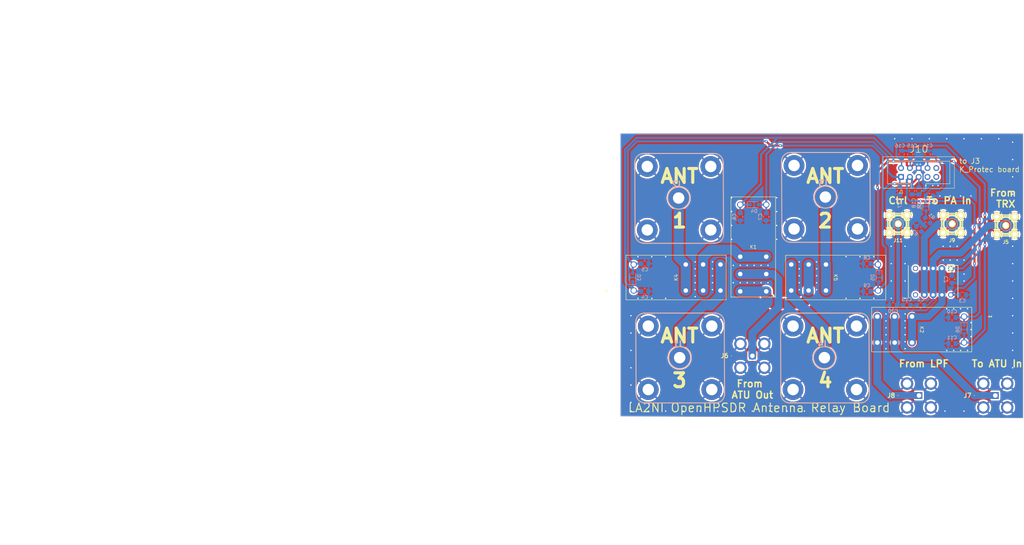
<source format=kicad_pcb>
(kicad_pcb (version 20221018) (generator pcbnew)
  (layers (0 "F.Cu" signal) (31 "B.Cu" signal) (34 "B.Paste" user) (35 "F.Paste" user) (36 "B.SilkS" user "B.Silkscreen") (37 "F.SilkS" user "F.Silkscreen") (38 "B.Mask" user) (39 "F.Mask" user) (44 "Edge.Cuts" user))
  (net 0 "")
  (net 1 "Net-(J5-In)")
  (net 2 "Net-(C1-Pad2)")
  (net 3 "+12V")
  (net 4 "GND")
  (net 5 "K3")
  (net 6 "K5-4")
  (net 7 "K1")
  (net 8 "K2")
  (net 9 "PWR_DC")
  (net 10 "Net-(J11-In)")
  (net 11 "Net-(D1-A)")
  (net 12 "Net-(J1-In)")
  (net 13 "Net-(J3-In)")
  (net 14 "Net-(J6-In)")
  (net 15 "Net-(J7-In)")
  (net 16 "Net-(J8-In)")
  (net 17 "Net-(J9-In)")
  (net 21 "Net-(K1-Pad2)")
  (net 22 "Net-(K1-Pad4)")
  (net 23 "Net-(K2-Pad2)")
  (net 26 "Net-(J2-In)")
  (net 27 "Net-(J4-In)")
  (footprint "BNC_Amphenol_031-5329-51RFX:BNC_Amphenol_031532951RFX" (layer "F.Cu") (at 190 106.56)
    (fp_text reference "J6")
    (fp_text value "FROM ATU OUT" hide)
  )
  (footprint "RELAY_G2R-1-E AC12:RELAY_G2R-1-E AC12" (layer "F.Cu") (at 201.800003 87.75 -90)
    (fp_text reference "K5")
    (fp_text value "TRA2 L-12VDC-S-Z")
  )
  (footprint "TQ2-12V:DIPS762W80P254L1400H530Q10N" (layer "F.Cu") (at 247.16 81.38 -90)
    (fp_text reference "K3")
    (fp_text value "TQ2-12V" hide)
  )
  (footprint "SMA_PINS:SMA_PINS" (layer "F.Cu") (at 247.54 68.54)
    (fp_text reference "J9")
    (fp_text value "To PA input" hide)
  )
  (footprint "RELAY_G2R-1-E AC12:RELAY_G2R-1-E AC12" (layer "F.Cu") (at 194 87.399993)
    (fp_text reference "K1")
    (fp_text value "TRA2 L-12VDC-S-Z")
  )
  (footprint "BNC_Amphenol_031-5329-51RFX:BNC_Amphenol_031532951RFX" (layer "F.Cu") (at 260 118)
    (fp_text reference "J7")
    (fp_text value "TO ATU IN" hide)
  )
  (footprint "BNC_Amphenol_031-5329-51RFX:BNC_Amphenol_031532951RFX" (layer "F.Cu") (at 238 118)
    (fp_text reference "J8")
    (fp_text value "FROM LPF" hide)
  )
  (footprint "Connector_IDC:IDC-Header_2x05_P2.54mm_Vertical" (layer "F.Cu") (at 232.84 55 90)
    (fp_text reference "J10")
    (fp_text value "Con_IDC")
  )
  (footprint "SMA_PINS:SMA_PINS" (layer "F.Cu") (at 232 68.54)
    (fp_text reference "J11")
    (fp_text value "To CTL" hide)
  )
  (footprint "SMA_PINS:SMA_PINS" (layer "F.Cu") (at 263 69)
    (fp_text reference "J5")
    (fp_text value "TRX From SDR" hide)
  )
  (footprint "RELAY_G2R-1-E AC12:RELAY_G2R-1-E AC12" (layer "F.Cu") (at 180.199997 80.25 90)
    (fp_text reference "K4")
    (fp_text value "TRA2 L-12VDC-S-Z")
  )
  (footprint "RELAY_G2R-1-E AC12:RELAY_G2R-1-E AC12" (layer "F.Cu") (at 226.600007 102.75 -90)
    (fp_text reference "K2")
    (fp_text value "TRA2 L-12VDC-S-Z")
  )
  (footprint "Capacitor_SMD:C_0805_2012Metric_Pad1.18x1.45mm_HandSolder" (layer "B.Cu") (at 230.5375 92)
    (fp_text reference "C20")
    (fp_text value "100p")
  )
  (footprint "Diode_SMD:D_SOD-323_HandSoldering" (layer "B.Cu") (at 155.5 84 90)
    (fp_text reference "D3")
    (fp_text value "D_Small")
  )
  (footprint "Diode_SMD:D_SOD-323_HandSoldering" (layer "B.Cu") (at 251 99 -90)
    (fp_text reference "D6")
    (fp_text value "D_Small")
  )
  (footprint "Diode_SMD:D_SOD-323_HandSoldering" (layer "B.Cu") (at 190.5 63)
    (fp_text reference "D4")
    (fp_text value "D_Small")
  )
  (footprint "Capacitor_SMD:C_0805_2012Metric_Pad1.18x1.45mm_HandSolder" (layer "B.Cu") (at 247.5 103 180)
    (fp_text reference "C11")
    (fp_text value "10n")
  )
  (footprint "Conn_N:Coaxial_N_Flange" (layer "B.Cu") (at 168.748 60.896 180)
    (fp_text reference "J2")
    (fp_text value "ANT1")
  )
  (footprint "Conn_N:Coaxial_N_Flange" (layer "B.Cu") (at 211.036 60.608 180)
    (fp_text reference "J3")
    (fp_text value "ANT2")
  )
  (footprint "Conn_N:Coaxial_N_Flange" (layer "B.Cu") (at 210.748 106.896 180)
    (fp_text reference "J4")
    (fp_text value "ANT4")
  )
  (footprint "Capacitor_SMD:C_0805_2012Metric_Pad1.18x1.45mm_HandSolder" (layer "B.Cu") (at 238 59 -90)
    (fp_text reference "C19")
    (fp_text value "100n")
  )
  (footprint "Diode_SMD:D_SOD-323_HandSoldering" (layer "B.Cu") (at 240 63.5 -90)
    (fp_text reference "D1")
    (fp_text value "BAS16J")
  )
  (footprint "Resistor_SMD:R_0805_2012Metric_Pad1.20x1.40mm_HandSolder" (layer "B.Cu") (at 240.5 67.5 135)
    (fp_text reference "R1")
    (fp_text value "33k")
  )
  (footprint "Capacitor_SMD:C_0805_2012Metric_Pad1.18x1.45mm_HandSolder" (layer "B.Cu") (at 223 80 180)
    (fp_text reference "C8")
    (fp_text value "100n")
  )
  (footprint "Capacitor_SMD:C_0805_2012Metric_Pad1.18x1.45mm_HandSolder" (layer "B.Cu") (at 223 88 180)
    (fp_text reference "C9")
    (fp_text value "10n")
  )
  (footprint "Capacitor_SMD:C_0805_2012Metric_Pad1.18x1.45mm_HandSolder" (layer "B.Cu") (at 240.5 48.5 90)
    (fp_text reference "C14")
    (fp_text value "100n")
  )
  (footprint "Resistor_SMD:R_0805_2012Metric_Pad1.20x1.40mm_HandSolder" (layer "B.Cu") (at 238 70 -45)
    (fp_text reference "R2")
    (fp_text value "5K6")
  )
  (footprint "Capacitor_SMD:C_0805_2012Metric_Pad1.18x1.45mm_HandSolder" (layer "B.Cu") (at 238.5 92 180)
    (fp_text reference "C1")
    (fp_text value "22p")
  )
  (footprint "Capacitor_SMD:C_0805_2012Metric_Pad1.18x1.45mm_HandSolder" (layer "B.Cu") (at 247.5375 95.5 180)
    (fp_text reference "C10")
    (fp_text value "100n")
  )
  (footprint "Capacitor_SMD:C_0805_2012Metric_Pad1.18x1.45mm_HandSolder" (layer "B.Cu") (at 250.5 89)
    (fp_text reference "C3")
    (fp_text value "100n")
  )
  (footprint "Capacitor_SMD:C_0805_2012Metric_Pad1.18x1.45mm_HandSolder" (layer "B.Cu") (at 159 88)
    (fp_text reference "C4")
    (fp_text value "100n")
  )
  (footprint "Capacitor_SMD:C_0805_2012Metric_Pad1.18x1.45mm_HandSolder" (layer "B.Cu") (at 233 48.5 90)
    (fp_text reference "C16")
    (fp_text value "100n")
  )
  (footprint "Capacitor_SMD:C_0805_2012Metric_Pad1.18x1.45mm_HandSolder" (layer "B.Cu") (at 236 59 -90)
    (fp_text reference "C18")
    (fp_text value "100n")
  )
  (footprint "Capacitor_SMD:C_0805_2012Metric_Pad1.18x1.45mm_HandSolder" (layer "B.Cu") (at 241 60.5)
    (fp_text reference "C12")
    (fp_text value "100n")
  )
  (footprint "Capacitor_SMD:C_0805_2012Metric_Pad1.18x1.45mm_HandSolder" (layer "B.Cu") (at 235.5 48.5 90)
    (fp_text reference "C15")
    (fp_text value "100n")
  )
  (footprint "Capacitor_SMD:C_0805_2012Metric_Pad1.18x1.45mm_HandSolder" (layer "B.Cu") (at 232.5 59 -90)
    (fp_text reference "C17")
    (fp_text value "100n")
  )
  (footprint "Diode_SMD:D_SOD-323_HandSoldering" (layer "B.Cu") (at 226.5 84 -90)
    (fp_text reference "D5")
    (fp_text value "D_Small")
  )
  (footprint "Capacitor_SMD:C_0805_2012Metric_Pad1.18x1.45mm_HandSolder" (layer "B.Cu") (at 247.5 84.5 -90)
    (fp_text reference "C2")
    (fp_text value "10n")
  )
  (footprint "Capacitor_SMD:C_0805_2012Metric_Pad1.18x1.45mm_HandSolder" (layer "B.Cu") (at 159 80)
    (fp_text reference "C5")
    (fp_text value "10n")
  )
  (footprint "Capacitor_SMD:C_0805_2012Metric_Pad1.18x1.45mm_HandSolder" (layer "B.Cu") (at 186.5 66.5 -90)
    (fp_text reference "C6")
    (fp_text value "100n")
  )
  (footprint "Conn_N:Coaxial_N_Flange" (layer "B.Cu") (at 169.036 106.896 180)
    (fp_text reference "J1")
    (fp_text value "ANT3")
  )
  (footprint "Capacitor_SMD:C_0805_2012Metric_Pad1.18x1.45mm_HandSolder" (layer "B.Cu") (at 194 66.5 -90)
    (fp_text reference "C7")
    (fp_text value "10n")
  )
  (footprint "Capacitor_SMD:C_0805_2012Metric_Pad1.18x1.45mm_HandSolder" (layer "B.Cu") (at 234.5 92 180)
    (fp_text reference "C13")
    (fp_text value "22p")
  )
  (gr_line (start 268 124.5) (end 152 124) (stroke (width 0.1)) (layer "Edge.Cuts"))
  (gr_line (start 268 42.5) (end 268 124.5) (stroke (width 0.1)) (layer "Edge.Cuts"))
  (gr_line (start 152 42.5) (end 152 124) (stroke (width 0.1)) (layer "Edge.Cuts"))
  (gr_line (start 152 42.5) (end 268 42.5) (stroke (width 0.1)) (layer "Edge.Cuts"))
  (gr_text "Ctrl" (at 229 63) (layer "F.SilkS") (effects (font (size 2 2) (thickness 0.4) bold) (justify left bottom)))
  (gr_text "ANT\n\n3\n" (at 169 116) (layer "F.SilkS") (effects (font (size 4 4) (thickness 0.9) bold) (justify bottom)))
  (gr_text "To PA In" (at 240 63) (layer "F.SilkS") (effects (font (size 2 2) (thickness 0.4) bold) (justify left bottom)))
  (gr_text "From LPF" (at 232 110) (layer "F.SilkS") (effects (font (size 2 2) (thickness 0.4) bold) (justify left bottom)))
  (gr_text "From \nATU Out" (at 190 119) (layer "F.SilkS") (effects (font (size 2 2) (thickness 0.4) bold) (justify bottom)))
  (gr_text "From \nTRX" (at 263 64) (layer "F.SilkS") (effects (font (size 2 2) (thickness 0.4) bold) (justify bottom)))
  (gr_text "ANT\n\n4\n" (at 211 116) (layer "F.SilkS") (effects (font (size 4 4) (thickness 0.9) bold) (justify bottom)))
  (gr_text "to J3 \nK_Protec board" (at 249.5 53.73) (layer "F.SilkS") (effects (font (size 1.5 1.5) (thickness 0.2)) (justify left bottom)))
  (gr_text "LA2NI OpenHPSDR Antenna Relay Board" (at 154 123) (layer "F.SilkS") (effects (font (size 2.5 2.5) (thickness 0.3)) (justify left bottom)))
  (gr_text "ANT\n\n2\n" (at 211 70) (layer "F.SilkS") (effects (font (size 4 4) (thickness 0.9) bold) (justify bottom)))
  (gr_text "To ATU In" (at 253 110) (layer "F.SilkS") (effects (font (size 2 2) (thickness 0.4) bold) (justify left bottom)))
  (gr_text "ANT\n\n1" (at 169 70) (layer "F.SilkS") (effects (font (size 4 4) (thickness 0.9) bold) (justify bottom)))
  (segment (start 242.08 78.92) (end 242.08 81.38) (width 2) (layer "B.Cu") (net 1))
  (segment (start 242.08 89) (end 242.08 81.38) (width 2) (layer "B.Cu") (net 1))
  (segment (start 244 77) (end 242.08 78.92) (width 2) (layer "B.Cu") (net 1))
  (segment (start 250 77) (end 244 77) (width 2) (layer "B.Cu") (net 1))
  (segment (start 258 69) (end 250 77) (width 2) (layer "B.Cu") (net 1))
  (segment (start 263 69) (end 258 69) (width 2) (layer "B.Cu") (net 1))
  (segment (start 239.5375 92) (end 240.5 92) (width 0.4) (layer "B.Cu") (net 1))
  (segment (start 240.5 92) (end 242.08 90.42) (width 0.4) (layer "B.Cu") (net 1))
  (segment (start 242.08 90.42) (end 242.08 89) (width 0.4) (layer "B.Cu") (net 1))
  (segment (start 237.4625 92) (end 235.5375 92) (width 0.4) (layer "B.Cu") (net 2))
  (segment (start 234.5 50.5) (end 237 50.5) (width 0.6) (layer "F.Cu") (net 3))
  (segment (start 234.5 51.58) (end 235.38 52.46) (width 0.6) (layer "F.Cu") (net 3))
  (segment (start 255.5 67.5) (end 255.5 75.5) (width 0.6) (layer "F.Cu") (net 3))
  (segment (start 235.5 52.34) (end 235.38 52.46) (width 1) (layer "F.Cu") (net 3))
  (segment (start 237 50.5) (end 248.000002 50.5) (width 0.6) (layer "F.Cu") (net 3))
  (segment (start 234.5 50.5) (end 234.5 51.58) (width 0.6) (layer "F.Cu") (net 3))
  (segment (start 226 53.5) (end 229 50.5) (width 0.6) (layer "F.Cu") (net 3))
  (segment (start 229 50.5) (end 234.5 50.5) (width 0.6) (layer "F.Cu") (net 3))
  (segment (start 226 58) (end 226 53.5) (width 0.6) (layer "F.Cu") (net 3))
  (segment (start 237 50.84) (end 235.38 52.46) (width 0.6) (layer "F.Cu") (net 3))
  (segment (start 237 50.5) (end 237 50.84) (width 0.6) (layer "F.Cu") (net 3))
  (via (at 255.5 67.5) (size 0.8) (drill 0.4) (layers "F.Cu" "B.Cu") (net 3))
  (via (at 248.000002 50.5) (size 0.8) (drill 0.4) (layers "F.Cu" "B.Cu") (net 3))
  (via (at 226 58) (size 0.8) (drill 0.4) (layers "F.Cu" "B.Cu") (net 3))
  (via (at 230.636043 50.5) (size 0.8) (drill 0.4) (layers "F.Cu" "B.Cu") (net 3))
  (via (at 255.5 75.5) (size 0.8) (drill 0.4) (layers "F.Cu" "B.Cu") (net 3))
  (segment (start 157.9625 88) (end 156.050004 88) (width 0.6) (layer "B.Cu") (net 3))
  (segment (start 226.199996 80.25) (end 224.2875 80.25) (width 0.6) (layer "B.Cu") (net 3))
  (segment (start 192.5 48.5) (end 192.5 57) (width 0.6) (layer "B.Cu") (net 3))
  (segment (start 186.5 65.4625) (end 186.5 63) (width 0.6) (layer "B.Cu") (net 3))
  (segment (start 155.5 87.449996) (end 155.800004 87.75) (width 0.6) (layer "B.Cu") (net 3))
  (segment (start 235.5 49.5375) (end 235.5 52.34) (width 0.4) (layer "B.Cu") (net 3))
  (segment (start 254.25 95.25) (end 251 95.25) (width 0.6) (layer "B.Cu") (net 3))
  (segment (start 226.5 82.75) (end 226.5 80.550004) (width 0.6) (layer "B.Cu") (net 3))
  (segment (start 156.619335 43.75) (end 153.300999 47.068336) (width 0.6) (layer "B.Cu") (net 3))
  (segment (start 192.5 57) (end 186.5 63) (width 0.6) (layer "B.Cu") (net 3))
  (segment (start 247.5 81.72) (end 247.16 81.38) (width 0.6) (layer "B.Cu") (net 3))
  (segment (start 225 43.75) (end 230.636043 49.386043) (width 0.6) (layer "B.Cu") (net 3))
  (segment (start 156.050004 88) (end 155.800004 87.75) (width 0.6) (layer "B.Cu") (net 3))
  (segment (start 247.16 81.38) (end 250.62 81.38) (width 0.6) (layer "B.Cu") (net 3))
  (segment (start 248.575 95.5) (end 250.75 95.5) (width 0.6) (layer "B.Cu") (net 3))
  (segment (start 255.5 58) (end 248.000002 50.5) (width 0.6) (layer "B.Cu") (net 3))
  (segment (start 255.5 79.5) (end 255.5 94) (width 0.6) (layer "B.Cu") (net 3))
  (segment (start 251 97.75) (end 251 95.25) (width 0.6) (layer "B.Cu") (net 3))
  (segment (start 198.25 43.75) (end 225 43.75) (width 0.6) (layer "B.Cu") (net 3))
  (segment (start 255.5 67.5) (end 255.5 58) (width 0.6) (layer "B.Cu") (net 3))
  (segment (start 189.25 63) (end 186.5 63) (width 0.6) (layer "B.Cu") (net 3))
  (segment (start 153.300999 47.068336) (end 153.300999 85.250995) (width 0.6) (layer "B.Cu") (net 3))
  (segment (start 255.5 94) (end 254.25 95.25) (width 0.6) (layer "B.Cu") (net 3))
  (segment (start 155.5 85.25) (end 155.5 87.449996) (width 0.6) (layer "B.Cu") (net 3))
  (segment (start 247.5 83.4625) (end 247.5 81.72) (width 0.6) (layer "B.Cu") (net 3))
  (segment (start 250.62 81.38) (end 255.5 76.5) (width 0.6) (layer "B.Cu") (net 3))
  (segment (start 224.2875 80.25) (end 224.0375 80) (width 0.6) (layer "B.Cu") (net 3))
  (segment (start 255.5 79.5) (end 255.5 75.5) (width 0.6) (layer "B.Cu") (net 3))
  (segment (start 198.25 43.75) (end 197.25 43.75) (width 0.6) (layer "B.Cu") (net 3))
  (segment (start 226.199996 58.199996) (end 226 58) (width 0.6) (layer "B.Cu") (net 3))
  (segment (start 250.75 95.5) (end 251 95.25) (width 0.6) (layer "B.Cu") (net 3))
  (segment (start 226.5 80.550004) (end 226.199996 80.25) (width 0.6) (layer "B.Cu") (net 3))
  (segment (start 198.25 43.75) (end 156.619335 43.75) (width 0.6) (layer "B.Cu") (net 3))
  (segment (start 197.25 43.75) (end 192.5 48.5) (width 0.6) (layer "B.Cu") (net 3))
  (segment (start 230.636043 49.386043) (end 230.636043 50.5) (width 0.6) (layer "B.Cu") (net 3))
  (segment (start 153.300999 85.250995) (end 155.800004 87.75) (width 0.6) (layer "B.Cu") (net 3))
  (segment (start 226.199996 80.25) (end 226.199996 58.199996) (width 0.6) (layer "B.Cu") (net 3))
  (segment (start 235.5 52.34) (end 235.38 52.46) (width 0.4) (layer "B.Cu") (net 3))
  (via (at 228.5 96.5) (size 0.8) (drill 0.4) (layers "F.Cu" "B.Cu") (net 4))
  (via (at 240 57.5) (size 0.8) (drill 0.4) (layers "F.Cu" "B.Cu") (net 4))
  (via (at 208.5 81.5) (size 0.8) (drill 0.4) (layers "F.Cu" "B.Cu") (net 4))
  (via (at 241 44) (size 0.8) (drill 0.4) (layers "F.Cu" "B.Cu") (net 4))
  (via (at 243.5 57.5) (size 0.8) (drill 0.4) (layers "F.Cu" "B.Cu") (net 4))
  (via (at 192.5 80.5) (size 0.8) (drill 0.4) (layers "F.Cu" "B.Cu") (net 4))
  (via (at 197 69) (size 0.8) (drill 0.4) (layers "F.Cu" "B.Cu") (net 4))
  (via (at 184 61) (size 0.8) (drill 0.4) (layers "F.Cu" "B.Cu") (net 4))
  (via (at 208.5 87.5) (size 0.8) (drill 0.4) (layers "F.Cu" "B.Cu") (net 4))
  (via (at 244 60.5) (size 0.8) (drill 0.4) (layers "F.Cu" "B.Cu") (net 4))
  (via (at 246 93) (size 0.8) (drill 0.4) (layers "F.Cu" "B.Cu") (net 4))
  (via (at 247 60.5) (size 0.8) (drill 0.4) (layers "F.Cu" "B.Cu") (net 4))
  (via (at 250 93) (size 0.8) (drill 0.4) (layers "F.Cu" "B.Cu") (net 4))
  (via (at 165 90) (size 0.8) (drill 0.4) (layers "F.Cu" "B.Cu") (net 4))
  (via (at 203.5 85.5) (size 0.8) (drill 0.4) (layers "F.Cu" "B.Cu") (net 4))
  (via (at 155 122.5) (size 0.8) (drill 0.4) (layers "F.Cu" "B.Cu") (net 4))
  (via (at 225 78) (size 0.8) (drill 0.4) (layers "F.Cu" "B.Cu") (net 4))
  (via (at 194.5 80.5) (size 0.8) (drill 0.4) (layers "F.Cu" "B.Cu") (net 4))
  (via (at 265 95) (size 0.8) (drill 0.4) (layers "F.Cu" "B.Cu") (net 4))
  (via (at 184 65) (size 0.8) (drill 0.4) (layers "F.Cu" "B.Cu") (net 4))
  (via (at 225 90) (size 0.8) (drill 0.4) (layers "F.Cu" "B.Cu") (net 4))
  (via (at 234 75) (size 0.8) (drill 0.4) (layers "F.Cu" "B.Cu") (net 4))
  (via (at 173.5 79.5) (size 0.8) (drill 0.4) (layers "F.Cu" "B.Cu") (net 4))
  (via (at 246 105) (size 0.8) (drill 0.4) (layers "F.Cu" "B.Cu") (net 4))
  (via (at 242 57.5) (size 0.8) (drill 0.4) (layers "F.Cu" "B.Cu") (net 4))
  (via (at 155 105) (size 0.8) (drill 0.4) (layers "F.Cu" "B.Cu") (net 4))
  (via (at 221 78) (size 0.8) (drill 0.4) (layers "F.Cu" "B.Cu") (net 4))
  (via (at 265 60) (size 0.8) (drill 0.4) (layers "F.Cu" "B.Cu") (net 4))
  (via (at 192.5 85.5) (size 0.8) (drill 0.4) (layers "F.Cu" "B.Cu") (net 4))
  (via (at 197 65) (size 0.8) (drill 0.4) (layers "F.Cu" "B.Cu") (net 4))
  (via (at 249 75) (size 0.8) (drill 0.4) (layers "F.Cu" "B.Cu") (net 4))
  (via (at 228.5 94.5) (size 0.8) (drill 0.4) (layers "F.Cu" "B.Cu") (net 4))
  (via (at 234 94.5) (size 0.8) (drill 0.4) (layers "F.Cu" "B.Cu") (net 4))
  (via (at 190.5 85.5) (size 0.8) (drill 0.4) (layers "F.Cu" "B.Cu") (net 4))
  (via (at 160 122.5) (size 0.8) (drill 0.4) (layers "F.Cu" "B.Cu") (net 4))
  (via (at 170 122.5) (size 0.8) (drill 0.4) (layers "F.Cu" "B.Cu") (net 4))
  (via (at 185 122.5) (size 0.8) (drill 0.4) (layers "F.Cu" "B.Cu") (net 4))
  (via (at 251 83) (size 0.8) (drill 0.4) (layers "F.Cu" "B.Cu") (net 4))
  (via (at 248 105) (size 0.8) (drill 0.4) (layers "F.Cu" "B.Cu") (net 4))
  (via (at 221 90) (size 0.8) (drill 0.4) (layers "F.Cu" "B.Cu") (net 4))
  (via (at 178.5 79.5) (size 0.8) (drill 0.4) (layers "F.Cu" "B.Cu") (net 4))
  (via (at 228.5 102.5) (size 0.8) (drill 0.4) (layers "F.Cu" "B.Cu") (net 4))
  (via (at 234 102.5) (size 0.8) (drill 0.4) (layers "F.Cu" "B.Cu") (net 4))
  (via (at 200 122.5) (size 0.8) (drill 0.4) (layers "F.Cu" "B.Cu") (net 4))
  (via (at 178.5 85.5) (size 0.8) (drill 0.4) (layers "F.Cu" "B.Cu") (net 4))
  (via (at 203.5 81.5) (size 0.8) (drill 0.4) (layers "F.Cu" "B.Cu") (net 4))
  (via (at 208.5 79.5) (size 0.8) (drill 0.4) (layers "F.Cu" "B.Cu") (net 4))
  (via (at 184.5 85.5) (size 0.8) (drill 0.4) (layers "F.Cu" "B.Cu") (net 4))
  (via (at 157 78) (size 0.8) (drill 0.4) (layers "F.Cu" "B.Cu") (net 4))
  (via (at 248 93) (size 0.8) (drill 0.4) (layers "F.Cu" "B.Cu") (net 4))
  (via (at 220 122.5) (size 0.8) (drill 0.4) (layers "F.Cu" "B.Cu") (net 4))
  (via (at 186.5 80.5) (size 0.8) (drill 0.4) (layers "F.Cu" "B.Cu") (net 4))
  (via (at 155 110) (size 0.8) (drill 0.4) (layers "F.Cu" "B.Cu") (net 4))
  (via (at 165 78) (size 0.8) (drill 0.4) (layers "F.Cu" "B.Cu") (net 4))
  (via (at 228.5 100.5) (size 0.8) (drill 0.4) (layers "F.Cu" "B.Cu") (net 4))
  (via (at 210 122.5) (size 0.8) (drill 0.4) (layers "F.Cu" "B.Cu") (net 4))
  (via (at 217 78) (size 0.8) (drill 0.4) (layers "F.Cu" "B.Cu") (net 4))
  (via (at 203.5 79.5) (size 0.8) (drill 0.4) (layers "F.Cu" "B.Cu") (net 4))
  (via (at 155 95) (size 0.8) (drill 0.4) (layers "F.Cu" "B.Cu") (net 4))
  (via (at 251 85) (size 0.8) (drill 0.4) (layers "F.Cu" "B.Cu") (net 4))
  (via (at 251 79) (size 0.8) (drill 0.4) (layers "F.Cu" "B.Cu") (net 4))
  (via (at 184.5 80.5) (size 0.8) (drill 0.4) (layers "F.Cu" "B.Cu") (net 4))
  (via (at 265 90) (size 0.8) (drill 0.4) (layers "F.Cu" "B.Cu") (net 4))
  (via (at 184 69) (size 0.8) (drill 0.4) (layers "F.Cu" "B.Cu") (net 4))
  (via (at 215 122.5) (size 0.8) (drill 0.4) (layers "F.Cu" "B.Cu") (net 4))
  (via (at 250 105) (size 0.8) (drill 0.4) (layers "F.Cu" "B.Cu") (net 4))
  (via (at 194.5 85.5) (size 0.8) (drill 0.4) (layers "F.Cu" "B.Cu") (net 4))
  (via (at 208.5 83.5) (size 0.8) (drill 0.4) (layers "F.Cu" "B.Cu") (net 4))
  (via (at 161 90) (size 0.8) (drill 0.4) (layers "F.Cu" "B.Cu") (net 4))
  (via (at 234 80) (size 0.8) (drill 0.4) (layers "F.Cu" "B.Cu") (net 4))
  (via (at 173.5 81.5) (size 0.8) (drill 0.4) (layers "F.Cu" "B.Cu") (net 4))
  (via (at 234 85) (size 0.8) (drill 0.4) (layers "F.Cu" "B.Cu") (net 4))
  (via (at 230 85) (size 0.8) (drill 0.4) (layers "F.Cu" "B.Cu") (net 4))
  (via (at 230 80) (size 0.8) (drill 0.4) (layers "F.Cu" "B.Cu") (net 4))
  (via (at 234 96.5) (size 0.8) (drill 0.4) (layers "F.Cu" "B.Cu") (net 4))
  (via (at 197 61) (size 0.8) (drill 0.4) (layers "F.Cu" "B.Cu") (net 4))
  (via (at 205 122.5) (size 0.8) (drill 0.4) (layers "F.Cu" "B.Cu") (net 4))
  (via (at 178.5 87.5) (size 0.8) (drill 0.4) (layers "F.Cu" "B.Cu") (net 4))
  (via (at 155 120) (size 0.8) (drill 0.4) (layers "F.Cu" "B.Cu") (net 4))
  (via (at 186.5 85.5) (size 0.8) (drill 0.4) (layers "F.Cu" "B.Cu") (net 4))
  (via (at 265 100) (size 0.8) (drill 0.4) (layers "F.Cu" "B.Cu") (net 4))
  (via (at 265 55) (size 0.8) (drill 0.4) (layers "F.Cu" "B.Cu") (net 4))
  (via (at 173.5 85.5) (size 0.8) (drill 0.4) (layers "F.Cu" "B.Cu") (net 4))
  (via (at 195 122.5) (size 0.8) (drill 0.4) (layers "F.Cu" "B.Cu") (net 4))
  (via (at 188.5 85.5) (size 0.8) (drill 0.4) (layers "F.Cu" "B.Cu") (net 4))
  (via (at 165 122.5) (size 0.8) (drill 0.4) (layers "F.Cu" "B.Cu") (net 4))
  (via (at 208.5 85.5) (size 0.8) (drill 0.4) (layers "F.Cu" "B.Cu") (net 4))
  (via (at 236 44) (size 0.8) (drill 0.4) (layers "F.Cu" "B.Cu") (net 4))
  (via (at 265 105) (size 0.8) (drill 0.4) (layers "F.Cu" "B.Cu") (net 4))
  (via (at 231 44) (size 0.8) (drill 0.4) (layers "F.Cu" "B.Cu") (net 4))
  (via (at 265 50) (size 0.8) (drill 0.4) (layers "F.Cu" "B.Cu") (net 4))
  (via (at 173.5 83.5) (size 0.8) (drill 0.4) (layers "F.Cu" "B.Cu") (net 4))
  (via (at 188.5 80.5) (size 0.8) (drill 0.4) (layers "F.Cu" "B.Cu") (net 4))
  (via (at 228.5 98.5) (size 0.8) (drill 0.4) (layers "F.Cu" "B.Cu") (net 4))
  (via (at 234 98.5) (size 0.8) (drill 0.4) (layers "F.Cu" "B.Cu") (net 4))
  (via (at 225 122.5) (size 0.8) (drill 0.4) (layers "F.Cu" "B.Cu") (net 4))
  (via (at 157 90) (size 0.8) (drill 0.4) (layers "F.Cu" "B.Cu") (net 4))
  (via (at 249 79) (size 0.8) (drill 0.4) (layers "F.Cu" "B.Cu") (net 4))
  (via (at 261 44) (size 0.8) (drill 0.4) (layers "F.Cu" "B.Cu") (net 4))
  (via (at 265 80) (size 0.8) (drill 0.4) (layers "F.Cu" "B.Cu") (net 4))
  (via (at 253 97) (size 0.8) (drill 0.4) (layers "F.Cu" "B.Cu") (net 4))
  (via (at 250 60.5) (size 0.8) (drill 0.4) (layers "F.Cu" "B.Cu") (net 4))
  (via (at 247 79) (size 0.8) (drill 0.4) (layers "F.Cu" "B.Cu") (net 4))
  (via (at 161 78) (size 0.8) (drill 0.4) (layers "F.Cu" "B.Cu") (net 4))
  (via (at 228.5 104.5) (size 0.8) (drill 0.4) (layers "F.Cu" "B.Cu") (net 4))
  (via (at 247 75) (size 0.8) (drill 0.4) (layers "F.Cu" "B.Cu") (net 4))
  (via (at 173.5 89.5) (size 0.8) (drill 0.4) (layers "F.Cu" "B.Cu") (net 4))
  (via (at 253 60.5) (size 0.8) (drill 0.4) (layers "F.Cu" "B.Cu") (net 4))
  (via (at 252 105) (size 0.8) (drill 0.4) (layers "F.Cu" "B.Cu") (net 4))
  (via (at 251 44) (size 0.8) (drill 0.4) (layers "F.Cu" "B.Cu") (net 4))
  (via (at 173.5 87.5) (size 0.8) (drill 0.4) (layers "F.Cu" "B.Cu") (net 4))
  (via (at 265 45) (size 0.8) (drill 0.4) (layers "F.Cu" "B.Cu") (net 4))
  (via (at 253 99) (size 0.8) (drill 0.4) (layers "F.Cu" "B.Cu") (net 4))
  (via (at 217 90) (size 0.8) (drill 0.4) (layers "F.Cu" "B.Cu") (net 4))
  (via (at 246 44) (size 0.8) (drill 0.4) (layers "F.Cu" "B.Cu") (net 4))
  (via (at 155 100) (size 0.8) (drill 0.4) (layers "F.Cu" "B.Cu") (net 4))
  (via (at 252 93) (size 0.8) (drill 0.4) (layers "F.Cu" "B.Cu") (net 4))
  (via (at 230 75) (size 0.8) (drill 0.4) (layers "F.Cu" "B.Cu") (net 4))
  (via (at 203.5 83.5) (size 0.8) (drill 0.4) (layers "F.Cu" "B.Cu") (net 4))
  (via (at 234 104.5) (size 0.8) (drill 0.4) (layers "F.Cu" "B.Cu") (net 4))
  (via (at 265 85) (size 0.8) (drill 0.4) (layers "F.Cu" "B.Cu") (net 4))
  (via (at 178.5 81.5) (size 0.8) (drill 0.4) (layers "F.Cu" "B.Cu") (net 4))
  (via (at 230 90) (size 0.8) (drill 0.4) (layers "F.Cu" "B.Cu") (net 4))
  (via (at 232.5 61.5) (size 0.8) (drill 0.4) (layers "F.Cu" "B.Cu") (net 4))
  (via (at 265 75) (size 0.8) (drill 0.4) (layers "F.Cu" "B.Cu") (net 4))
  (via (at 190 122.5) (size 0.8) (drill 0.4) (layers "F.Cu" "B.Cu") (net 4))
  (via (at 197 73) (size 0.8) (drill 0.4) (layers "F.Cu" "B.Cu") (net 4))
  (via (at 245 75) (size 0.8) (drill 0.4) (layers "F.Cu" "B.Cu") (net 4))
  (via (at 234 100.5) (size 0.8) (drill 0.4) (layers "F.Cu" "B.Cu") (net 4))
  (via (at 190.5 80.5) (size 0.8) (drill 0.4) (layers "F.Cu" "B.Cu") (net 4))
  (via (at 155 115) (size 0.8) (drill 0.4) (layers "F.Cu" "B.Cu") (net 4))
  (via (at 175 122.5) (size 0.8) (drill 0.4) (layers "F.Cu" "B.Cu") (net 4))
  (via (at 234 90) (size 0.8) (drill 0.4) (layers "F.Cu" "B.Cu") (net 4))
  (via (at 245.5 122.5) (size 0.8) (drill 0.4) (layers "F.Cu" "B.Cu") (net 4))
  (via (at 203.5 87.5) (size 0.8) (drill 0.4) (layers "F.Cu" "B.Cu") (net 4))
  (via (at 245 79) (size 0.8) (drill 0.4) (layers "F.Cu" "B.Cu") (net 4))
  (via (at 253 101) (size 0.8) (drill 0.4) (layers "F.Cu" "B.Cu") (net 4))
  (via (at 251 122.5) (size 0.8) (drill 0.4) (layers "F.Cu" "B.Cu") (net 4))
  (via (at 180 122.5) (size 0.8) (drill 0.4) (layers "F.Cu" "B.Cu") (net 4))
  (via (at 184 73) (size 0.8) (drill 0.4) (layers "F.Cu" "B.Cu") (net 4))
  (via (at 178.5 83.5) (size 0.8) (drill 0.4) (layers "F.Cu" "B.Cu") (net 4))
  (via (at 256 44) (size 0.8) (drill 0.4) (layers "F.Cu" "B.Cu") (net 4))
  (via (at 265 110) (size 0.8) (drill 0.4) (layers "F.Cu" "B.Cu") (net 4))
  (segment (start 240 57.5) (end 239.17 56.67) (width 0.4) (layer "B.Cu") (net 4))
  (segment (start 239.17 56.67) (end 239.17 53.71) (width 0.4) (layer "B.Cu") (net 4))
  (segment (start 238 47.4625) (end 235.5 47.4625) (width 0.6) (layer "B.Cu") (net 4))
  (segment (start 237.92 47.5425) (end 237.92 52.46) (width 0.6) (layer "B.Cu") (net 4))
  (segment (start 242 57.5) (end 240 57.5) (width 0.4) (layer "B.Cu") (net 4))
  (segment (start 239.17 53.71) (end 237.92 52.46) (width 0.4) (layer "B.Cu") (net 4))
  (segment (start 233 47.4625) (end 235.5 47.4625) (width 0.6) (layer "B.Cu") (net 4))
  (segment (start 238 60.0375) (end 236 60.0375) (width 0.4) (layer "B.Cu") (net 4))
  (segment (start 232.5 60.0375) (end 232.5 61.5) (width 0.4) (layer "B.Cu") (net 4))
  (segment (start 238 60.0375) (end 238 60) (width 0.4) (layer "B.Cu") (net 4))
  (segment (start 240.5 47.4625) (end 238 47.4625) (width 0.6) (layer "B.Cu") (net 4))
  (segment (start 243.5 57.5) (end 242 57.5) (width 0.4) (layer "B.Cu") (net 4))
  (segment (start 238 47.4625) (end 237.92 47.5425) (width 0.6) (layer "B.Cu") (net 4))
  (segment (start 240 58) (end 240 57.5) (width 0.4) (layer "B.Cu") (net 4))
  (segment (start 242.0375 60.5) (end 244 60.5) (width 0.4) (layer "B.Cu") (net 4))
  (segment (start 238 60) (end 240 58) (width 0.4) (layer "B.Cu") (net 4))
  (segment (start 254 69.5) (end 254 80) (width 0.6) (layer "F.Cu") (net 5))
  (segment (start 238.5 62) (end 242.5 62) (width 0.6) (layer "F.Cu") (net 5))
  (via (at 242.5 62) (size 0.8) (drill 0.4) (layers "F.Cu" "B.Cu") (net 5))
  (via (at 254 80) (size 0.8) (drill 0.4) (layers "F.Cu" "B.Cu") (net 5))
  (via (at 238.5 62) (size 0.8) (drill 0.4) (layers "F.Cu" "B.Cu") (net 5))
  (via (at 254 69.5) (size 0.8) (drill 0.4) (layers "F.Cu" "B.Cu") (net 5))
  (segment (start 254 80) (end 254 84) (width 0.6) (layer "B.Cu") (net 5))
  (segment (start 254 84) (end 251 87) (width 0.6) (layer "B.Cu") (net 5))
  (segment (start 242.5 62) (end 253 62) (width 0.6) (layer "B.Cu") (net 5))
  (segment (start 253 62) (end 254 63) (width 0.6) (layer "B.Cu") (net 5))
  (segment (start 234.5 61) (end 235.5 62) (width 0.6) (layer "B.Cu") (net 5))
  (segment (start 236 55.62) (end 235.38 55) (width 0.6) (layer "B.Cu") (net 5))
  (segment (start 234.5 55.88) (end 234.5 61) (width 0.6) (layer "B.Cu") (net 5))
  (segment (start 249.4625 89) (end 247.16 89) (width 0.6) (layer "B.Cu") (net 5))
  (segment (start 235.5 62) (end 238.5 62) (width 0.6) (layer "B.Cu") (net 5))
  (segment (start 235.38 55) (end 234.5 55.88) (width 0.6) (layer "B.Cu") (net 5))
  (segment (start 235.5 55.12) (end 235.38 55) (width 0.4) (layer "B.Cu") (net 5))
  (segment (start 254 63) (end 254 69.5) (width 0.6) (layer "B.Cu") (net 5))
  (segment (start 249.16 87) (end 247.16 89) (width 0.6) (layer "B.Cu") (net 5))
  (segment (start 251 87) (end 249.16 87) (width 0.6) (layer "B.Cu") (net 5))
  (segment (start 236 57.9625) (end 236 55.62) (width 0.6) (layer "B.Cu") (net 5))
  (segment (start 237.92 55) (end 235.92 57) (width 0.6) (layer "F.Cu") (net 6))
  (segment (start 198 46) (end 195.25 46) (width 0.6) (layer "F.Cu") (net 6))
  (segment (start 235.92 57) (end 231 57) (width 0.6) (layer "F.Cu") (net 6))
  (segment (start 195.25 46) (end 194 44.75) (width 0.6) (layer "F.Cu") (net 6))
  (via (at 194 44.75) (size 0.8) (drill 0.4) (layers "F.Cu" "B.Cu") (net 6))
  (via (at 198 46) (size 0.8) (drill 0.4) (layers "F.Cu" "B.Cu") (net 6))
  (via (at 231 57) (size 0.8) (drill 0.4) (layers "F.Cu" "B.Cu") (net 6))
  (segment (start 155.5 80.550004) (end 155.800004 80.25) (width 0.6) (layer "B.Cu") (net 6))
  (segment (start 227.5 48.75) (end 224.75 46) (width 0.6) (layer "B.Cu") (net 6))
  (segment (start 157.9625 80) (end 156.050004 80) (width 0.6) (layer "B.Cu") (net 6))
  (segment (start 224.2875 87.75) (end 224.0375 88) (width 0.6) (layer "B.Cu") (net 6))
  (segment (start 228.5 85.449996) (end 228.5 75.5) (width 0.6) (layer "B.Cu") (net 6))
  (segment (start 227.5 59) (end 227.5 48.75) (width 0.6) (layer "B.Cu") (net 6))
  (segment (start 154.1005 78.550496) (end 154.1005 47.3995) (width 0.6) (layer "B.Cu") (net 6))
  (segment (start 238 55.08) (end 237.92 55) (width 0.4) (layer "B.Cu") (net 6))
  (segment (start 229.5 57) (end 231 57) (width 0.6) (layer "B.Cu") (net 6))
  (segment (start 154.1005 47.3995) (end 156.75 44.75) (width 0.6) (layer "B.Cu") (net 6))
  (segment (start 224.75 46) (end 198 46) (width 0.6) (layer "B.Cu") (net 6))
  (segment (start 228.5 75.5) (end 227.5 74.5) (width 0.6) (layer "B.Cu") (net 6))
  (segment (start 156.75 44.75) (end 194 44.75) (width 0.6) (layer "B.Cu") (net 6))
  (segment (start 155.5 82.75) (end 155.5 80.550004) (width 0.6) (layer "B.Cu") (net 6))
  (segment (start 227.5 59) (end 229.5 57) (width 0.6) (layer "B.Cu") (net 6))
  (segment (start 226.199996 85.550004) (end 226.5 85.25) (width 0.6) (layer "B.Cu") (net 6))
  (segment (start 227.5 74.5) (end 227.5 59) (width 0.6) (layer "B.Cu") (net 6))
  (segment (start 226.199996 87.75) (end 224.2875 87.75) (width 0.6) (layer "B.Cu") (net 6))
  (segment (start 238 57.9625) (end 238 55.08) (width 0.4) (layer "B.Cu") (net 6))
  (segment (start 155.800004 80.25) (end 154.1005 78.550496) (width 0.6) (layer "B.Cu") (net 6))
  (segment (start 226.199996 87.75) (end 226.199996 85.550004) (width 0.6) (layer "B.Cu") (net 6))
  (segment (start 226.199996 87.75) (end 228.5 85.449996) (width 0.6) (layer "B.Cu") (net 6))
  (segment (start 156.050004 80) (end 155.800004 80.25) (width 0.6) (layer "B.Cu") (net 6))
  (segment (start 194 65.4625) (end 194 63) (width 0.6) (layer "B.Cu") (net 7))
  (segment (start 191.75 63) (end 194 63) (width 0.6) (layer "B.Cu") (net 7))
  (segment (start 194 63) (end 194 48.5) (width 0.6) (layer "B.Cu") (net 7))
  (segment (start 232.5 57.9625) (end 232.5 55.34) (width 0.4) (layer "B.Cu") (net 7))
  (segment (start 194 48.5) (end 197.549501 44.950499) (width 0.6) (layer "B.Cu") (net 7))
  (segment (start 229 53.5) (end 230.5 55) (width 0.6) (layer "B.Cu") (net 7))
  (segment (start 224.831165 44.950499) (end 229 49.119334) (width 0.6) (layer "B.Cu") (net 7))
  (segment (start 232.5 55.34) (end 232.84 55) (width 0.4) (layer "B.Cu") (net 7))
  (segment (start 230.5 55) (end 232.84 55) (width 0.6) (layer "B.Cu") (net 7))
  (segment (start 197.549501 44.950499) (end 224.831165 44.950499) (width 0.6) (layer "B.Cu") (net 7))
  (segment (start 229 49.119334) (end 229 53.5) (width 0.6) (layer "B.Cu") (net 7))
  (segment (start 233 52.3) (end 232.84 52.46) (width 1) (layer "F.Cu") (net 8))
  (segment (start 257 74.5) (end 257 66) (width 0.6) (layer "F.Cu") (net 8))
  (via (at 257 74.5) (size 0.8) (drill 0.4) (layers "F.Cu" "B.Cu") (net 8))
  (via (at 257 66) (size 0.8) (drill 0.4) (layers "F.Cu" "B.Cu") (net 8))
  (segment (start 231.5 49) (end 232.0375 49.5375) (width 0.6) (layer "B.Cu") (net 8))
  (segment (start 257 66) (end 257 57) (width 0.6) (layer "B.Cu") (net 8))
  (segment (start 233 49.5375) (end 233 52.3) (width 0.4) (layer "B.Cu") (net 8))
  (segment (start 232 46) (end 231.5 46.5) (width 0.6) (layer "B.Cu") (net 8))
  (segment (start 232.0375 49.5375) (end 233 49.5375) (width 0.6) (layer "B.Cu") (net 8))
  (segment (start 250.75 103) (end 251 102.75) (width 0.6) (layer "B.Cu") (net 8))
  (segment (start 248.5375 103) (end 250.75 103) (width 0.6) (layer "B.Cu") (net 8))
  (segment (start 257 99) (end 257 74.5) (width 0.6) (layer "B.Cu") (net 8))
  (segment (start 253.25 102.75) (end 257 99) (width 0.6) (layer "B.Cu") (net 8))
  (segment (start 251 100.25) (end 251 102.75) (width 0.6) (layer "B.Cu") (net 8))
  (segment (start 233 52.3) (end 232.84 52.46) (width 0.4) (layer "B.Cu") (net 8))
  (segment (start 246 46) (end 232 46) (width 0.6) (layer "B.Cu") (net 8))
  (segment (start 231.5 46.5) (end 231.5 49) (width 0.6) (layer "B.Cu") (net 8))
  (segment (start 251 102.75) (end 253.25 102.75) (width 0.6) (layer "B.Cu") (net 8))
  (segment (start 257 57) (end 246 46) (width 0.6) (layer "B.Cu") (net 8))
  (segment (start 240.5 52.42) (end 240.46 52.46) (width 1) (layer "F.Cu") (net 9))
  (segment (start 245 57.5) (end 245 52) (width 0.4) (layer "B.Cu") (net 9))
  (segment (start 241.5 58.5) (end 244 58.5) (width 0.4) (layer "B.Cu") (net 9))
  (segment (start 240.5 52.42) (end 240.46 52.46) (width 0.4) (layer "B.Cu") (net 9))
  (segment (start 242.5375 49.5375) (end 240.5 49.5375) (width 0.4) (layer "B.Cu") (net 9))
  (segment (start 239.9625 60.0375) (end 241.5 58.5) (width 0.4) (layer "B.Cu") (net 9))
  (segment (start 239.9625 62.2125) (end 240 62.25) (width 0.4) (layer "B.Cu") (net 9))
  (segment (start 245 52) (end 242.5375 49.5375) (width 0.4) (layer "B.Cu") (net 9))
  (segment (start 244 58.5) (end 245 57.5) (width 0.4) (layer "B.Cu") (net 9))
  (segment (start 239.9625 60.5) (end 239.9625 62.2125) (width 0.4) (layer "B.Cu") (net 9))
  (segment (start 239.9625 60.5) (end 239.9625 60.0375) (width 0.4) (layer "B.Cu") (net 9))
  (segment (start 240.5 49.5375) (end 240.5 52.42) (width 0.4) (layer "B.Cu") (net 9))
  (segment (start 233.4625 92) (end 231.575 92) (width 0.4) (layer "B.Cu") (net 10))
  (segment (start 232 68.54) (end 232 91.575) (width 1) (layer "B.Cu") (net 10))
  (segment (start 232 91.575) (end 231.575 92) (width 1) (layer "B.Cu") (net 10))
  (segment (start 240 66.585786) (end 239.792893 66.792893) (width 0.4) (layer "B.Cu") (net 11))
  (segment (start 240 64.75) (end 240 66.585786) (width 0.4) (layer "B.Cu") (net 11))
  (segment (start 180.800005 89.199995) (end 180.800005 80.25) (width 2.9) (layer "B.Cu") (net 12))
  (segment (start 169.036 107.096) (end 169.036 98.964) (width 2.9) (layer "B.Cu") (net 12))
  (segment (start 176 92) (end 178 92) (width 2.9) (layer "B.Cu") (net 12))
  (segment (start 169.036 98.964) (end 176 92) (width 2.9) (layer "B.Cu") (net 12))
  (segment (start 178 92) (end 180.800005 89.199995) (width 2.9) (layer "B.Cu") (net 12))
  (segment (start 211.036 80.086004) (end 211.199996 80.25) (width 2.9) (layer "B.Cu") (net 13))
  (segment (start 211.036 60.808) (end 211.036 80.086004) (width 2.9) (layer "B.Cu") (net 13))
  (segment (start 211.199996 87.75) (end 211.199996 80.25) (width 2.9) (layer "B.Cu") (net 13))
  (segment (start 190 106.56) (end 190 100) (width 2.3) (layer "B.Cu") (net 14))
  (segment (start 197.5 92.5) (end 197.5 84.5) (width 2.3) (layer "B.Cu") (net 14))
  (segment (start 196.000001 83.000001) (end 194 83.000001) (width 2.3) (layer "B.Cu") (net 14))
  (segment (start 197.5 84.5) (end 196.000001 83.000001) (width 2.3) (layer "B.Cu") (net 14))
  (segment (start 190 100) (end 197.5 92.5) (width 2.3) (layer "B.Cu") (net 14))
  (segment (start 194 83.000001) (end 186.5 83.000001) (width 2.9) (layer "B.Cu") (net 14))
  (segment (start 230.999999 104.999999) (end 230.999999 102.75) (width 2.3) (layer "B.Cu") (net 15))
  (segment (start 254 118) (end 243 107) (width 2.3) (layer "B.Cu") (net 15))
  (segment (start 233 107) (end 230.999999 104.999999) (width 2.3) (layer "B.Cu") (net 15))
  (segment (start 230.999999 95.25) (end 230.999999 102.75) (width 2.3) (layer "B.Cu") (net 15))
  (segment (start 260 118) (end 254 118) (width 2) (layer "B.Cu") (net 15))
  (segment (start 243 107) (end 233 107) (width 2.3) (layer "B.Cu") (net 15))
  (segment (start 238 118) (end 229.772613 118) (width 2) (layer "B.Cu") (net 16))
  (segment (start 225.999999 114.227386) (end 225.999999 102.75) (width 2.3) (layer "B.Cu") (net 16))
  (segment (start 225.999999 95.25) (end 225.999999 102.75) (width 2.3) (layer "B.Cu") (net 16))
  (segment (start 229.772613 118) (end 225.999999 114.227386) (width 2.3) (layer "B.Cu") (net 16))
  (segment (start 243.46 68.54) (end 242.75 69.25) (width 2) (layer "B.Cu") (net 17))
  (segment (start 241.207107 68.207107) (end 242.25 69.25) (width 0.4) (layer "B.Cu") (net 17))
  (segment (start 242.25 69.25) (end 242.75 69.25) (width 0.4) (layer "B.Cu") (net 17))
  (segment (start 247.54 68.54) (end 243.46 68.54) (width 2) (layer "B.Cu") (net 17))
  (segment (start 239.54 72.46) (end 239.54 81.38) (width 2) (layer "B.Cu") (net 17))
  (segment (start 239.54 71.54) (end 239.54 72.46) (width 0.4) (layer "B.Cu") (net 17))
  (segment (start 242.75 69.25) (end 239.54 72.46) (width 2) (layer "B.Cu") (net 17))
  (segment (start 239.54 89) (end 239.54 81.38) (width 2) (layer "B.Cu") (net 17))
  (segment (start 238.707107 70.707107) (end 239.54 71.54) (width 0.4) (layer "B.Cu") (net 17))
  (segment (start 175.800005 87.75) (end 175.800005 80.25) (width 2.9) (layer "B.Cu") (net 21))
  (segment (start 194 78) (end 186.5 78) (width 2.9) (layer "B.Cu") (net 21))
  (segment (start 178 76) (end 175.800005 78.199995) (width 2.9) (layer "B.Cu") (net 21))
  (segment (start 175.800005 78.199995) (end 175.800005 80.25) (width 2.9) (layer "B.Cu") (net 21))
  (segment (start 186.5 78) (end 184.5 76) (width 2.9) (layer "B.Cu") (net 21))
  (segment (start 184.5 76) (end 178 76) (width 2.9) (layer "B.Cu") (net 21))
  (segment (start 194 89.5) (end 196 91.5) (width 2.9) (layer "F.Cu") (net 22))
  (segment (start 206.199995 89.800005) (end 206.199995 87.75) (width 2.9) (layer "F.Cu") (net 22))
  (segment (start 204.5 91.5) (end 206.199995 89.800005) (width 2.9) (layer "F.Cu") (net 22))
  (segment (start 194 88.000001) (end 194 89.5) (width 2.9) (layer "F.Cu") (net 22))
  (segment (start 196 91.5) (end 204.5 91.5) (width 2.9) (layer "F.Cu") (net 22))
  (segment (start 194 88.000001) (end 186.5 88.000001) (width 2.9) (layer "B.Cu") (net 22))
  (segment (start 206.199995 87.75) (end 206.199995 80.25) (width 2.9) (layer "B.Cu") (net 22))
  (segment (start 236 95.25) (end 236 102.75) (width 2.3) (layer "B.Cu") (net 23))
  (segment (start 240.75 95.25) (end 236 95.25) (width 2) (layer "B.Cu") (net 23))
  (segment (start 244.62 89) (end 244.62 91.38) (width 2) (layer "B.Cu") (net 23))
  (segment (start 244.62 89) (end 244.62 81.38) (width 2) (layer "B.Cu") (net 23))
  (segment (start 244.62 91.38) (end 240.75 95.25) (width 2) (layer "B.Cu") (net 23))
  (segment (start 168.748 61.096) (end 168.748 78.197996) (width 2.9) (layer "B.Cu") (net 26))
  (segment (start 170.800004 87.75) (end 170.800004 80.25) (width 2.9) (layer "B.Cu") (net 26))
  (segment (start 168.748 78.197996) (end 170.800004 80.25) (width 2.9) (layer "B.Cu") (net 26))
  (segment (start 210.748 107.096) (end 210.748 98.748) (width 2.9) (layer "B.Cu") (net 27))
  (segment (start 210.748 98.748) (end 201.199995 89.199995) (width 2.9) (layer "B.Cu") (net 27))
  (segment (start 201.199995 89.199995) (end 201.199995 80.25) (width 2.9) (layer "B.Cu") (net 27))
  (zone (net 4) (net_name "GND") (layer "F.Cu") (connect_pads (clearance 0.5)) (min_thickness 0.25) (fill yes (thermal_gap 0.5) (thermal_bridge_width 0.5))
    (polygon (pts (xy 152 42.5) (xy 268 42.5) (xy 268 124.5) (xy 152 124)))
  )
  (zone (net 4) (net_name "GND") (layer "B.Cu") (connect_pads (clearance 0.5)) (min_thickness 0.25) (fill yes (thermal_gap 0.5) (thermal_bridge_width 0.5))
    (polygon (pts (xy 152 42.5) (xy 268 42.5) (xy 268 124.5) (xy 152 124)))
  )
)
</source>
